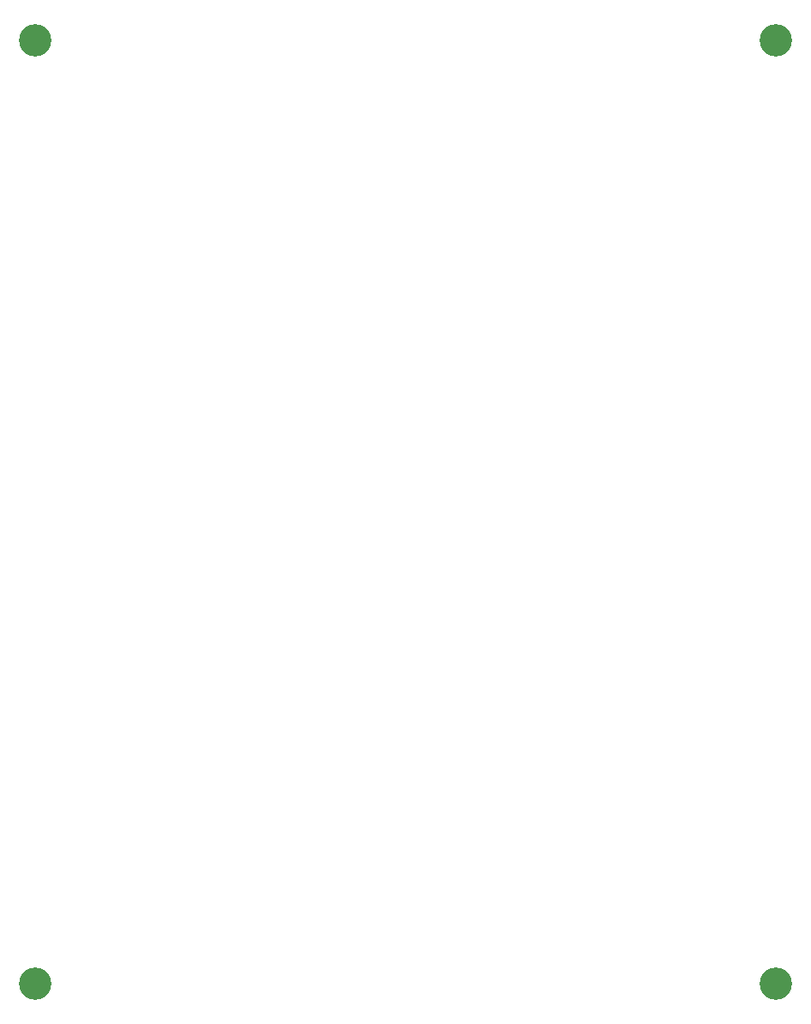
<source format=gbr>
%TF.GenerationSoftware,KiCad,Pcbnew,8.0.1*%
%TF.CreationDate,2024-04-25T00:57:53+03:00*%
%TF.ProjectId,Modul_LCD,4d6f6475-6c5f-44c4-9344-2e6b69636164,rev?*%
%TF.SameCoordinates,Original*%
%TF.FileFunction,NonPlated,1,2,NPTH,Drill*%
%TF.FilePolarity,Positive*%
%FSLAX46Y46*%
G04 Gerber Fmt 4.6, Leading zero omitted, Abs format (unit mm)*
G04 Created by KiCad (PCBNEW 8.0.1) date 2024-04-25 00:57:53*
%MOMM*%
%LPD*%
G01*
G04 APERTURE LIST*
%TA.AperFunction,ComponentDrill*%
%ADD10C,3.200000*%
%TD*%
G04 APERTURE END LIST*
D10*
%TO.C,H1*%
X23500000Y-23500000D03*
%TO.C,H3*%
X23500000Y-116500000D03*
%TO.C,H2*%
X96500000Y-23500000D03*
%TO.C,H4*%
X96500000Y-116500000D03*
M02*

</source>
